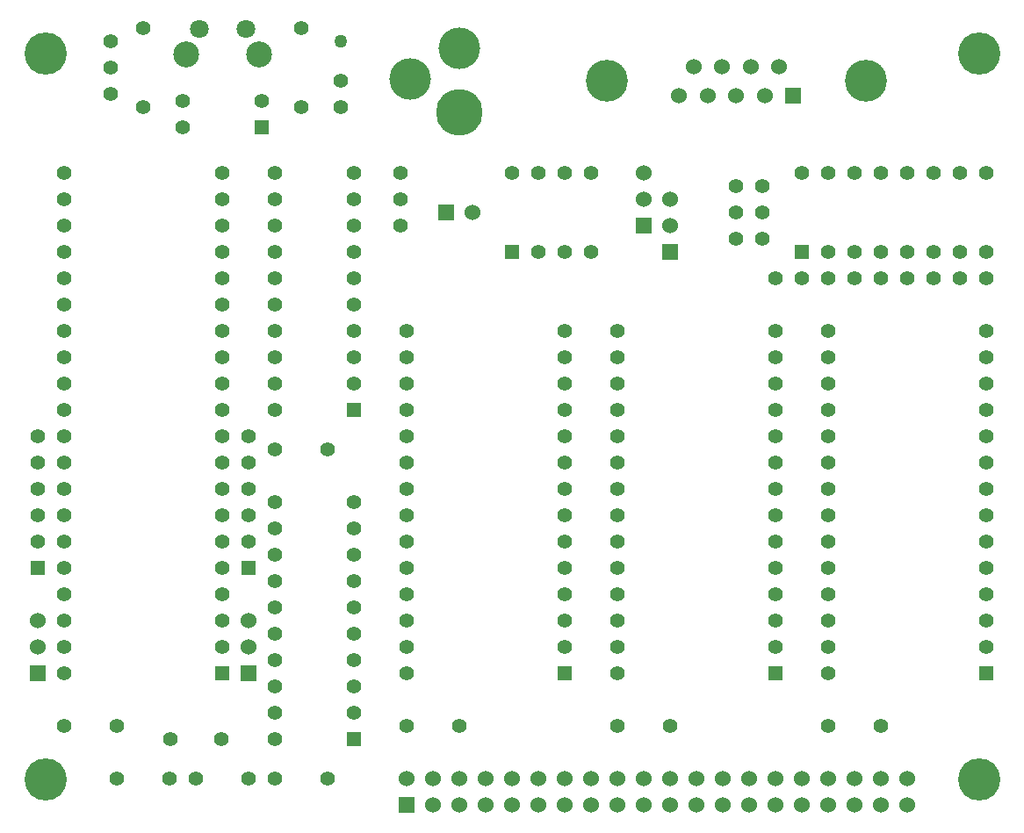
<source format=gbs>
G04 #@! TF.FileFunction,Soldermask,Bot*
%FSLAX46Y46*%
G04 Gerber Fmt 4.6, Leading zero omitted, Abs format (unit mm)*
G04 Created by KiCad (PCBNEW 4.0.1-stable) date 4/8/2017 12:25:21 PM*
%MOMM*%
G01*
G04 APERTURE LIST*
%ADD10C,0.150000*%
%ADD11C,1.397000*%
%ADD12R,1.524000X1.524000*%
%ADD13C,1.524000*%
%ADD14C,4.000000*%
%ADD15C,4.500000*%
%ADD16C,2.499360*%
%ADD17C,1.800860*%
%ADD18R,1.397000X1.397000*%
%ADD19C,4.064000*%
%ADD20C,4.048760*%
%ADD21C,1.270000*%
G04 APERTURE END LIST*
D10*
D11*
X109220000Y-120650000D03*
X114300000Y-120650000D03*
X182880000Y-120650000D03*
X187960000Y-120650000D03*
X162560000Y-120650000D03*
X167640000Y-120650000D03*
X142240000Y-120650000D03*
X147320000Y-120650000D03*
X129540000Y-125730000D03*
X134620000Y-125730000D03*
X129540000Y-93980000D03*
X134620000Y-93980000D03*
D12*
X165100000Y-72390000D03*
D13*
X165100000Y-69850000D03*
X165100000Y-67310000D03*
D12*
X167640000Y-74930000D03*
D13*
X167640000Y-72390000D03*
X167640000Y-69850000D03*
D12*
X127000000Y-115570000D03*
D13*
X127000000Y-113030000D03*
X127000000Y-110490000D03*
D14*
X147320000Y-55245000D03*
D15*
X147320000Y-61445140D03*
D14*
X142519400Y-58244740D03*
D12*
X106680000Y-115570000D03*
D13*
X106680000Y-113030000D03*
X106680000Y-110490000D03*
D12*
X142240000Y-128270000D03*
D13*
X142240000Y-125730000D03*
X144780000Y-128270000D03*
X144780000Y-125730000D03*
X147320000Y-128270000D03*
X147320000Y-125730000D03*
X149860000Y-128270000D03*
X149860000Y-125730000D03*
X152400000Y-128270000D03*
X152400000Y-125730000D03*
X154940000Y-128270000D03*
X154940000Y-125730000D03*
X157480000Y-128270000D03*
X157480000Y-125730000D03*
X160020000Y-128270000D03*
X160020000Y-125730000D03*
X162560000Y-128270000D03*
X162560000Y-125730000D03*
X165100000Y-128270000D03*
X165100000Y-125730000D03*
X167640000Y-128270000D03*
X167640000Y-125730000D03*
X170180000Y-128270000D03*
X170180000Y-125730000D03*
X172720000Y-128270000D03*
X172720000Y-125730000D03*
X175260000Y-125730000D03*
X175260000Y-128270000D03*
X177800000Y-125730000D03*
X177800000Y-128270000D03*
X180340000Y-128270000D03*
X180340000Y-125730000D03*
X182880000Y-128270000D03*
X182880000Y-125730000D03*
X185420000Y-128270000D03*
X185420000Y-125730000D03*
X187960000Y-128270000D03*
X187960000Y-125730000D03*
X190500000Y-128270000D03*
X190500000Y-125730000D03*
D11*
X116840000Y-60960000D03*
X116840000Y-53340000D03*
X128270000Y-60325000D03*
X120650000Y-60325000D03*
D16*
X127962660Y-55880000D03*
X120962420Y-55880000D03*
D17*
X126712980Y-53380640D03*
X122212100Y-53380640D03*
D18*
X124460000Y-115570000D03*
D11*
X124460000Y-113030000D03*
X124460000Y-110490000D03*
X124460000Y-107950000D03*
X124460000Y-105410000D03*
X124460000Y-102870000D03*
X124460000Y-100330000D03*
X124460000Y-97790000D03*
X124460000Y-95250000D03*
X124460000Y-92710000D03*
X124460000Y-90170000D03*
X124460000Y-87630000D03*
X124460000Y-85090000D03*
X124460000Y-82550000D03*
X124460000Y-80010000D03*
X124460000Y-77470000D03*
X124460000Y-74930000D03*
X124460000Y-72390000D03*
X124460000Y-69850000D03*
X124460000Y-67310000D03*
X109220000Y-67310000D03*
X109220000Y-69850000D03*
X109220000Y-72390000D03*
X109220000Y-74930000D03*
X109220000Y-77470000D03*
X109220000Y-80010000D03*
X109220000Y-82550000D03*
X109220000Y-85090000D03*
X109220000Y-87630000D03*
X109220000Y-90170000D03*
X109220000Y-92710000D03*
X109220000Y-95250000D03*
X109220000Y-97790000D03*
X109220000Y-100330000D03*
X109220000Y-102870000D03*
X109220000Y-105410000D03*
X109220000Y-107950000D03*
X109220000Y-110490000D03*
X109220000Y-113030000D03*
X109220000Y-115570000D03*
D18*
X198120000Y-115570000D03*
D11*
X198120000Y-113030000D03*
X198120000Y-110490000D03*
X198120000Y-107950000D03*
X198120000Y-105410000D03*
X198120000Y-102870000D03*
X198120000Y-100330000D03*
X198120000Y-97790000D03*
X198120000Y-95250000D03*
X198120000Y-92710000D03*
X198120000Y-90170000D03*
X198120000Y-87630000D03*
X198120000Y-85090000D03*
X198120000Y-82550000D03*
X182880000Y-82550000D03*
X182880000Y-85090000D03*
X182880000Y-87630000D03*
X182880000Y-90170000D03*
X182880000Y-92710000D03*
X182880000Y-95250000D03*
X182880000Y-97790000D03*
X182880000Y-100330000D03*
X182880000Y-102870000D03*
X182880000Y-105410000D03*
X182880000Y-107950000D03*
X182880000Y-110490000D03*
X182880000Y-113030000D03*
X182880000Y-115570000D03*
D18*
X177800000Y-115570000D03*
D11*
X177800000Y-113030000D03*
X177800000Y-110490000D03*
X177800000Y-107950000D03*
X177800000Y-105410000D03*
X177800000Y-102870000D03*
X177800000Y-100330000D03*
X177800000Y-97790000D03*
X177800000Y-95250000D03*
X177800000Y-92710000D03*
X177800000Y-90170000D03*
X177800000Y-87630000D03*
X177800000Y-85090000D03*
X177800000Y-82550000D03*
X162560000Y-82550000D03*
X162560000Y-85090000D03*
X162560000Y-87630000D03*
X162560000Y-90170000D03*
X162560000Y-92710000D03*
X162560000Y-95250000D03*
X162560000Y-97790000D03*
X162560000Y-100330000D03*
X162560000Y-102870000D03*
X162560000Y-105410000D03*
X162560000Y-107950000D03*
X162560000Y-110490000D03*
X162560000Y-113030000D03*
X162560000Y-115570000D03*
D18*
X137160000Y-121920000D03*
D11*
X137160000Y-119380000D03*
X137160000Y-116840000D03*
X137160000Y-114300000D03*
X137160000Y-111760000D03*
X137160000Y-109220000D03*
X137160000Y-106680000D03*
X137160000Y-104140000D03*
X137160000Y-101600000D03*
X137160000Y-99060000D03*
X129540000Y-99060000D03*
X129540000Y-101600000D03*
X129540000Y-104140000D03*
X129540000Y-106680000D03*
X129540000Y-109220000D03*
X129540000Y-111760000D03*
X129540000Y-114300000D03*
X129540000Y-116840000D03*
X129540000Y-119380000D03*
X129540000Y-121920000D03*
D18*
X137160000Y-90170000D03*
D11*
X137160000Y-87630000D03*
X137160000Y-85090000D03*
X137160000Y-82550000D03*
X137160000Y-80010000D03*
X137160000Y-77470000D03*
X137160000Y-74930000D03*
X137160000Y-72390000D03*
X137160000Y-69850000D03*
X137160000Y-67310000D03*
X129540000Y-67310000D03*
X129540000Y-69850000D03*
X129540000Y-72390000D03*
X129540000Y-74930000D03*
X129540000Y-77470000D03*
X129540000Y-80010000D03*
X129540000Y-82550000D03*
X129540000Y-85090000D03*
X129540000Y-87630000D03*
X129540000Y-90170000D03*
X124360940Y-121920000D03*
X119479060Y-121920000D03*
D18*
X106680000Y-105410000D03*
D11*
X106680000Y-102870000D03*
X106680000Y-100330000D03*
X106680000Y-97790000D03*
X106680000Y-95250000D03*
X106680000Y-92710000D03*
D18*
X127000000Y-105410000D03*
D11*
X127000000Y-102870000D03*
X127000000Y-100330000D03*
X127000000Y-97790000D03*
X127000000Y-95250000D03*
X127000000Y-92710000D03*
X195580000Y-77470000D03*
X193040000Y-77470000D03*
X198120000Y-77470000D03*
X113665000Y-57150000D03*
X113665000Y-59690000D03*
X113665000Y-54610000D03*
X141605000Y-69850000D03*
X141605000Y-72390000D03*
X141605000Y-67310000D03*
X121920000Y-125730000D03*
X127000000Y-125730000D03*
X119380000Y-125730000D03*
X114300000Y-125730000D03*
X132080000Y-53340000D03*
X132080000Y-60960000D03*
D18*
X180340000Y-74930000D03*
D11*
X182880000Y-74930000D03*
X185420000Y-74930000D03*
X187960000Y-74930000D03*
X190500000Y-74930000D03*
X193040000Y-74930000D03*
X195580000Y-74930000D03*
X198120000Y-74930000D03*
X198120000Y-67310000D03*
X195580000Y-67310000D03*
X193040000Y-67310000D03*
X190500000Y-67310000D03*
X187960000Y-67310000D03*
X185420000Y-67310000D03*
X182880000Y-67310000D03*
X180340000Y-67310000D03*
D18*
X152400000Y-74930000D03*
D11*
X154940000Y-74930000D03*
X157480000Y-74930000D03*
X160020000Y-74930000D03*
X160020000Y-67310000D03*
X157480000Y-67310000D03*
X154940000Y-67310000D03*
X152400000Y-67310000D03*
X176530000Y-71120000D03*
X176530000Y-73660000D03*
X176530000Y-68580000D03*
X180340000Y-77470000D03*
X177800000Y-77470000D03*
X182880000Y-77470000D03*
X173990000Y-71120000D03*
X173990000Y-73660000D03*
X173990000Y-68580000D03*
X187960000Y-77470000D03*
X185420000Y-77470000D03*
X190500000Y-77470000D03*
D19*
X197400000Y-125800000D03*
X107400000Y-125800000D03*
X197400000Y-55800000D03*
X107400000Y-55800000D03*
D20*
X186484260Y-58420000D03*
X161495740Y-58420000D03*
D12*
X179476400Y-59842400D03*
D13*
X176733200Y-59842400D03*
X173990000Y-59842400D03*
X171246800Y-59842400D03*
X168503600Y-59842400D03*
X169875200Y-56997600D03*
X172618400Y-56997600D03*
X175387000Y-56997600D03*
X178104800Y-56997600D03*
D18*
X157480000Y-115570000D03*
D11*
X157480000Y-113030000D03*
X157480000Y-110490000D03*
X157480000Y-107950000D03*
X157480000Y-105410000D03*
X157480000Y-102870000D03*
X157480000Y-100330000D03*
X157480000Y-97790000D03*
X157480000Y-95250000D03*
X157480000Y-92710000D03*
X157480000Y-90170000D03*
X157480000Y-87630000D03*
X157480000Y-85090000D03*
X157480000Y-82550000D03*
X142240000Y-82550000D03*
X142240000Y-85090000D03*
X142240000Y-87630000D03*
X142240000Y-90170000D03*
X142240000Y-92710000D03*
X142240000Y-95250000D03*
X142240000Y-97790000D03*
X142240000Y-100330000D03*
X142240000Y-102870000D03*
X142240000Y-105410000D03*
X142240000Y-107950000D03*
X142240000Y-110490000D03*
X142240000Y-113030000D03*
X142240000Y-115570000D03*
D12*
X146050000Y-71120000D03*
D13*
X148590000Y-71120000D03*
D11*
X135890000Y-60960000D03*
X135890000Y-58420000D03*
D21*
X135890000Y-54610000D03*
D11*
X120650000Y-62865000D03*
D18*
X128270000Y-62865000D03*
M02*

</source>
